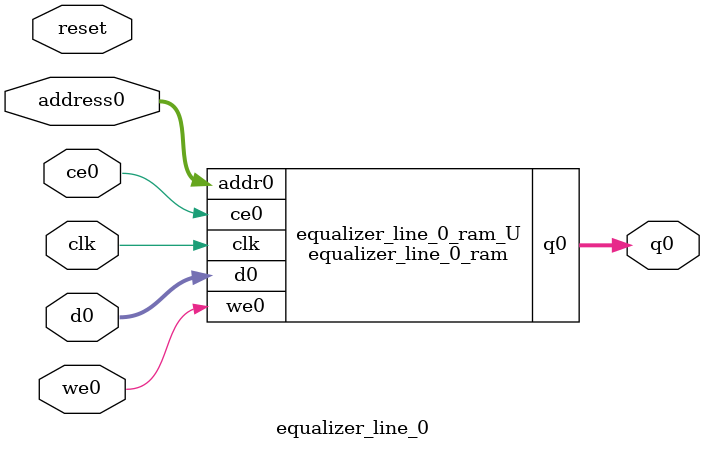
<source format=v>

`timescale 1 ns / 1 ps
module equalizer_line_0_ram (addr0, ce0, d0, we0, q0,  clk);

parameter DWIDTH = 2;
parameter AWIDTH = 4;
parameter MEM_SIZE = 16;

input[AWIDTH-1:0] addr0;
input ce0;
input[DWIDTH-1:0] d0;
input we0;
output reg[DWIDTH-1:0] q0;
input clk;

(* ram_style = "distributed" *)reg [DWIDTH-1:0] ram[0:MEM_SIZE-1];




always @(posedge clk)  
begin 
    if (ce0) 
    begin
        if (we0) 
        begin 
            ram[addr0] <= d0; 
            q0 <= d0;
        end 
        else 
            q0 <= ram[addr0];
    end
end


endmodule


`timescale 1 ns / 1 ps
module equalizer_line_0(
    reset,
    clk,
    address0,
    ce0,
    we0,
    d0,
    q0);

parameter DataWidth = 32'd2;
parameter AddressRange = 32'd16;
parameter AddressWidth = 32'd4;
input reset;
input clk;
input[AddressWidth - 1:0] address0;
input ce0;
input we0;
input[DataWidth - 1:0] d0;
output[DataWidth - 1:0] q0;



equalizer_line_0_ram equalizer_line_0_ram_U(
    .clk( clk ),
    .addr0( address0 ),
    .ce0( ce0 ),
    .d0( d0 ),
    .we0( we0 ),
    .q0( q0 ));

endmodule


</source>
